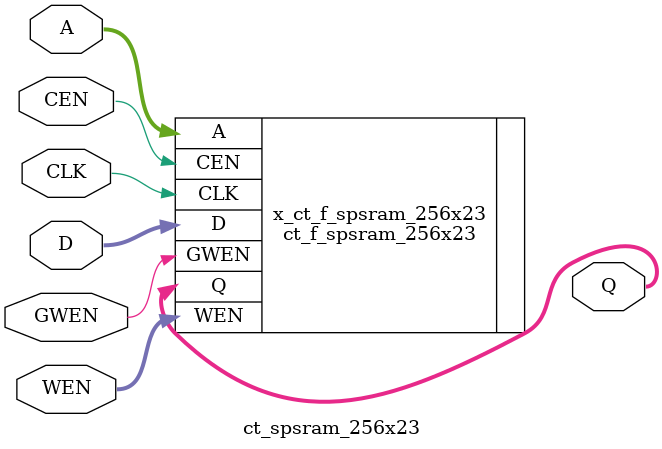
<source format=v>
/*Copyright 2019-2021 T-Head Semiconductor Co., Ltd.

Licensed under the Apache License, Version 2.0 (the "License");
you may not use this file except in compliance with the License.
You may obtain a copy of the License at

    http://www.apache.org/licenses/LICENSE-2.0

Unless required by applicable law or agreed to in writing, software
distributed under the License is distributed on an "AS IS" BASIS,
WITHOUT WARRANTIES OR CONDITIONS OF ANY KIND, either express or implied.
See the License for the specific language governing permissions and
limitations under the License.
*/

// &ModuleBeg; @22
module ct_spsram_256x23(
  A,
  CEN,
  CLK,
  D,
  GWEN,
  Q,
  WEN
);

// &Ports; @23
input   [7 :0]  A;
input           CEN;
input           CLK;
input   [22:0]  D;
input           GWEN;
input   [22:0]  WEN;
output  [22:0]  Q;

// &Regs; @24

// &Wires; @25
wire    [7 :0]  A;
wire            CEN;
wire            CLK;
wire    [22:0]  D;
wire            GWEN;
wire    [22:0]  Q;
wire    [22:0]  WEN;


//**********************************************************
//                  Parameter Definition
//**********************************************************
parameter ADDR_WIDTH = 8;
parameter DATA_WIDTH = 23;
parameter WE_WIDTH   = 23;

// &Force("bus","Q",DATA_WIDTH-1,0); @34
// &Force("bus","WEN",WE_WIDTH-1,0); @35
// &Force("bus","A",ADDR_WIDTH-1,0); @36
// &Force("bus","D",DATA_WIDTH-1,0); @37

  //********************************************************
  //*                        FPGA memory                   *
  //********************************************************
  //{WEN[20:0]}
//   &Instance("ct_f_spsram_256x23"); @44
ct_f_spsram_256x23  x_ct_f_spsram_256x23 (
  .A    (A   ),
  .CEN  (CEN ),
  .CLK  (CLK ),
  .D    (D   ),
  .GWEN (GWEN),
  .Q    (Q   ),
  .WEN  (WEN )
);

//   &Instance("ct_tsmc_spsram_256x23"); @50

// &ModuleEnd; @66
endmodule



</source>
